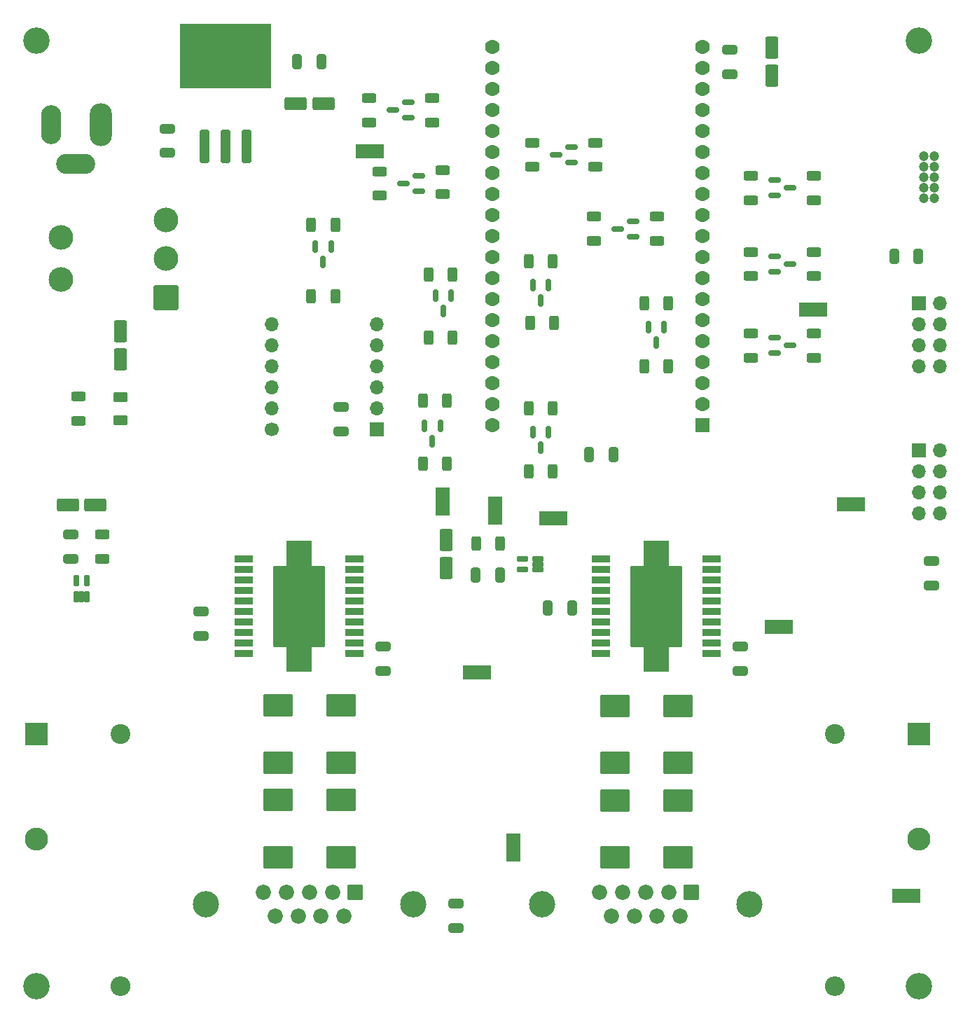
<source format=gts>
%TF.GenerationSoftware,KiCad,Pcbnew,(6.0.6-0)*%
%TF.CreationDate,2024-03-13T21:53:30-07:00*%
%TF.ProjectId,ESP32Twiddlerino,45535033-3254-4776-9964-646c6572696e,rev?*%
%TF.SameCoordinates,Original*%
%TF.FileFunction,Soldermask,Top*%
%TF.FilePolarity,Negative*%
%FSLAX46Y46*%
G04 Gerber Fmt 4.6, Leading zero omitted, Abs format (unit mm)*
G04 Created by KiCad (PCBNEW (6.0.6-0)) date 2024-03-13 21:53:30*
%MOMM*%
%LPD*%
G01*
G04 APERTURE LIST*
G04 Aperture macros list*
%AMRoundRect*
0 Rectangle with rounded corners*
0 $1 Rounding radius*
0 $2 $3 $4 $5 $6 $7 $8 $9 X,Y pos of 4 corners*
0 Add a 4 corners polygon primitive as box body*
4,1,4,$2,$3,$4,$5,$6,$7,$8,$9,$2,$3,0*
0 Add four circle primitives for the rounded corners*
1,1,$1+$1,$2,$3*
1,1,$1+$1,$4,$5*
1,1,$1+$1,$6,$7*
1,1,$1+$1,$8,$9*
0 Add four rect primitives between the rounded corners*
20,1,$1+$1,$2,$3,$4,$5,0*
20,1,$1+$1,$4,$5,$6,$7,0*
20,1,$1+$1,$6,$7,$8,$9,0*
20,1,$1+$1,$8,$9,$2,$3,0*%
G04 Aperture macros list end*
%ADD10RoundRect,0.150000X-0.150000X0.587500X-0.150000X-0.587500X0.150000X-0.587500X0.150000X0.587500X0*%
%ADD11R,3.400000X1.800000*%
%ADD12RoundRect,0.102000X1.387500X-1.387500X1.387500X1.387500X-1.387500X1.387500X-1.387500X-1.387500X0*%
%ADD13C,2.979000*%
%ADD14C,3.200000*%
%ADD15RoundRect,0.250000X0.325000X0.650000X-0.325000X0.650000X-0.325000X-0.650000X0.325000X-0.650000X0*%
%ADD16RoundRect,0.250000X-0.325000X-0.650000X0.325000X-0.650000X0.325000X0.650000X-0.325000X0.650000X0*%
%ADD17R,1.700000X1.700000*%
%ADD18O,1.700000X1.700000*%
%ADD19C,1.700000*%
%ADD20C,2.400000*%
%ADD21O,2.400000X2.400000*%
%ADD22RoundRect,0.102000X-1.000000X-0.350000X1.000000X-0.350000X1.000000X0.350000X-1.000000X0.350000X0*%
%ADD23RoundRect,0.102000X-3.000000X4.800000X-3.000000X-4.800000X3.000000X-4.800000X3.000000X4.800000X0*%
%ADD24RoundRect,0.102000X1.450000X-1.525000X1.450000X1.525000X-1.450000X1.525000X-1.450000X-1.525000X0*%
%ADD25RoundRect,0.102000X1.650000X1.250000X-1.650000X1.250000X-1.650000X-1.250000X1.650000X-1.250000X0*%
%ADD26R,1.800000X3.400000*%
%ADD27RoundRect,0.250000X0.650000X-0.325000X0.650000X0.325000X-0.650000X0.325000X-0.650000X-0.325000X0*%
%ADD28RoundRect,0.250000X0.625000X-0.312500X0.625000X0.312500X-0.625000X0.312500X-0.625000X-0.312500X0*%
%ADD29RoundRect,0.220800X0.376200X-1.776200X0.376200X1.776200X-0.376200X1.776200X-0.376200X-1.776200X0*%
%ADD30RoundRect,0.102000X5.420000X-3.810000X5.420000X3.810000X-5.420000X3.810000X-5.420000X-3.810000X0*%
%ADD31RoundRect,0.102000X0.780000X0.780000X-0.780000X0.780000X-0.780000X-0.780000X0.780000X-0.780000X0*%
%ADD32C,1.764000*%
%ADD33C,3.180000*%
%ADD34RoundRect,0.102000X-0.817500X-0.817500X0.817500X-0.817500X0.817500X0.817500X-0.817500X0.817500X0*%
%ADD35C,1.839000*%
%ADD36RoundRect,0.250000X0.625000X-0.375000X0.625000X0.375000X-0.625000X0.375000X-0.625000X-0.375000X0*%
%ADD37RoundRect,0.250000X-0.625000X0.312500X-0.625000X-0.312500X0.625000X-0.312500X0.625000X0.312500X0*%
%ADD38RoundRect,0.250000X0.312500X0.625000X-0.312500X0.625000X-0.312500X-0.625000X0.312500X-0.625000X0*%
%ADD39RoundRect,0.150000X0.587500X0.150000X-0.587500X0.150000X-0.587500X-0.150000X0.587500X-0.150000X0*%
%ADD40RoundRect,0.150000X-0.587500X-0.150000X0.587500X-0.150000X0.587500X0.150000X-0.587500X0.150000X0*%
%ADD41R,2.800000X2.800000*%
%ADD42O,2.800000X2.800000*%
%ADD43C,1.204000*%
%ADD44RoundRect,0.250000X-0.650000X0.325000X-0.650000X-0.325000X0.650000X-0.325000X0.650000X0.325000X0*%
%ADD45RoundRect,0.250000X-0.550000X1.075000X-0.550000X-1.075000X0.550000X-1.075000X0.550000X1.075000X0*%
%ADD46O,2.704000X5.204000*%
%ADD47O,2.454000X4.704000*%
%ADD48O,4.704000X2.454000*%
%ADD49RoundRect,0.250000X0.550000X-1.075000X0.550000X1.075000X-0.550000X1.075000X-0.550000X-1.075000X0*%
%ADD50RoundRect,0.250000X1.075000X0.550000X-1.075000X0.550000X-1.075000X-0.550000X1.075000X-0.550000X0*%
%ADD51RoundRect,0.122000X0.180000X-0.575000X0.180000X0.575000X-0.180000X0.575000X-0.180000X-0.575000X0*%
%ADD52RoundRect,0.122000X0.575000X0.180000X-0.575000X0.180000X-0.575000X-0.180000X0.575000X-0.180000X0*%
G04 APERTURE END LIST*
D10*
X166431000Y-56593500D03*
X164531000Y-56593500D03*
X165481000Y-58468500D03*
D11*
X171100000Y-45100000D03*
D12*
X146500000Y-62782500D03*
D13*
X146500000Y-58082500D03*
X146500000Y-53382500D03*
X133800000Y-60622500D03*
X133800000Y-55542500D03*
D14*
X130810000Y-146050000D03*
D10*
X206690000Y-66372500D03*
X204790000Y-66372500D03*
X205740000Y-68247500D03*
D15*
X186895000Y-96310000D03*
X183945000Y-96310000D03*
D16*
X234495000Y-57810000D03*
X237445000Y-57810000D03*
D11*
X224750000Y-64250000D03*
D17*
X171980000Y-78740000D03*
D18*
X171980000Y-76200000D03*
X171980000Y-73660000D03*
X171980000Y-71120000D03*
X171980000Y-68580000D03*
X171980000Y-66040000D03*
X159280000Y-66040000D03*
X159280000Y-68580000D03*
X159280000Y-71120000D03*
X159280000Y-73660000D03*
X159280000Y-76200000D03*
D19*
X159280000Y-78740000D03*
D20*
X140970000Y-115565000D03*
D21*
X140970000Y-146045000D03*
D10*
X179639000Y-78262000D03*
X177739000Y-78262000D03*
X178689000Y-80137000D03*
D22*
X199040000Y-94405000D03*
X199040000Y-95675000D03*
X199040000Y-96945000D03*
X199040000Y-98215000D03*
X199040000Y-99485000D03*
X199040000Y-100755000D03*
X199040000Y-102025000D03*
X199040000Y-103295000D03*
X199040000Y-104565000D03*
X199040000Y-105835000D03*
X212440000Y-105835000D03*
X212440000Y-104565000D03*
X212440000Y-103295000D03*
X212440000Y-102025000D03*
X212440000Y-100755000D03*
X212440000Y-99485000D03*
X212440000Y-98215000D03*
X212440000Y-96945000D03*
X212440000Y-95675000D03*
X212440000Y-94405000D03*
D23*
X205740000Y-100120000D03*
D24*
X205740000Y-93820000D03*
X205740000Y-106420000D03*
D25*
X160000000Y-119000000D03*
X160000000Y-112100000D03*
D26*
X188500000Y-129250000D03*
D27*
X172720000Y-107945000D03*
X172720000Y-104995000D03*
D28*
X178689000Y-41594500D03*
X178689000Y-38669500D03*
D29*
X151130000Y-44500000D03*
X153670000Y-44500000D03*
X156210000Y-44500000D03*
D30*
X153670000Y-33620000D03*
D31*
X211352500Y-78180000D03*
D32*
X211352500Y-75640000D03*
X211352500Y-73100000D03*
X211352500Y-70560000D03*
X211352500Y-68020000D03*
X211352500Y-65480000D03*
X211352500Y-62940000D03*
X211352500Y-60400000D03*
X211352500Y-57860000D03*
X211352500Y-55320000D03*
X211352500Y-52780000D03*
X211352500Y-50240000D03*
X211352500Y-47700000D03*
X211352500Y-45160000D03*
X211352500Y-42620000D03*
X211352500Y-40080000D03*
X211352500Y-37540000D03*
X211352500Y-35000000D03*
X211352500Y-32460000D03*
X185952500Y-78180000D03*
X185952500Y-75640000D03*
X185952500Y-73100000D03*
X185952500Y-70560000D03*
X185952500Y-68020000D03*
X185952500Y-65480000D03*
X185952500Y-62940000D03*
X185952500Y-60400000D03*
X185952500Y-57860000D03*
X185952500Y-55320000D03*
X185952500Y-52780000D03*
X185952500Y-50240000D03*
X185952500Y-47700000D03*
X185952500Y-45160000D03*
X185952500Y-42620000D03*
X185952500Y-40080000D03*
X185952500Y-37540000D03*
X185952500Y-35000000D03*
X185952500Y-32460000D03*
D33*
X151330000Y-136112500D03*
X176330000Y-136112500D03*
D34*
X169370000Y-134692500D03*
D35*
X166600000Y-134692500D03*
X163830000Y-134692500D03*
X161060000Y-134692500D03*
X158290000Y-134692500D03*
X167985000Y-137532500D03*
X165215000Y-137532500D03*
X162445000Y-137532500D03*
X159675000Y-137532500D03*
D15*
X165305000Y-34290000D03*
X162355000Y-34290000D03*
D36*
X140970000Y-77600000D03*
X140970000Y-74800000D03*
D37*
X135890000Y-74737500D03*
X135890000Y-77662500D03*
D25*
X200750000Y-130450000D03*
X200750000Y-123550000D03*
D38*
X193232500Y-76200000D03*
X190307500Y-76200000D03*
D37*
X224790000Y-48067500D03*
X224790000Y-50992500D03*
D39*
X175816500Y-41082000D03*
X175816500Y-39182000D03*
X173941500Y-40132000D03*
D27*
X215900000Y-107945000D03*
X215900000Y-104995000D03*
D38*
X180471500Y-82839500D03*
X177546500Y-82839500D03*
D37*
X224790000Y-57277500D03*
X224790000Y-60202500D03*
D20*
X227330000Y-115565000D03*
D21*
X227330000Y-146045000D03*
D40*
X220042500Y-67630000D03*
X220042500Y-69530000D03*
X221917500Y-68580000D03*
D38*
X181150000Y-67642500D03*
X178225000Y-67642500D03*
D25*
X200750000Y-119020000D03*
X200750000Y-112120000D03*
D38*
X193232500Y-58420000D03*
X190307500Y-58420000D03*
D28*
X198247000Y-55945500D03*
X198247000Y-53020500D03*
D16*
X192630000Y-100330000D03*
X195580000Y-100330000D03*
D41*
X237490000Y-115570000D03*
D42*
X237490000Y-128270000D03*
D28*
X172339000Y-50462000D03*
X172339000Y-47537000D03*
D27*
X214630000Y-35765000D03*
X214630000Y-32815000D03*
D40*
X220042500Y-57790000D03*
X220042500Y-59690000D03*
X221917500Y-58740000D03*
D43*
X239395000Y-50800000D03*
X238125000Y-50800000D03*
X239395000Y-49530000D03*
X238125000Y-49530000D03*
X239395000Y-48260000D03*
X238125000Y-48260000D03*
X239395000Y-46990000D03*
X238125000Y-46990000D03*
X239395000Y-45720000D03*
X238125000Y-45720000D03*
D28*
X171069000Y-41594500D03*
X171069000Y-38669500D03*
D44*
X239000000Y-94655000D03*
X239000000Y-97605000D03*
D11*
X184100000Y-108100000D03*
D37*
X217170000Y-48067500D03*
X217170000Y-50992500D03*
D38*
X181150000Y-60022500D03*
X178225000Y-60022500D03*
D45*
X180340000Y-92095000D03*
X180340000Y-95445000D03*
D40*
X220042500Y-48580000D03*
X220042500Y-50480000D03*
X221917500Y-49530000D03*
D14*
X130810000Y-31750000D03*
D11*
X193300000Y-89500000D03*
X235975000Y-135125000D03*
D25*
X167620000Y-119000000D03*
X167620000Y-112100000D03*
D37*
X217170000Y-57277500D03*
X217170000Y-60202500D03*
D39*
X195501500Y-46481500D03*
X195501500Y-44581500D03*
X193626500Y-45531500D03*
D22*
X155860000Y-94405000D03*
X155860000Y-95675000D03*
X155860000Y-96945000D03*
X155860000Y-98215000D03*
X155860000Y-99485000D03*
X155860000Y-100755000D03*
X155860000Y-102025000D03*
X155860000Y-103295000D03*
X155860000Y-104565000D03*
X155860000Y-105835000D03*
X169260000Y-105835000D03*
X169260000Y-104565000D03*
X169260000Y-103295000D03*
X169260000Y-102025000D03*
X169260000Y-100755000D03*
X169260000Y-99485000D03*
X169260000Y-98215000D03*
X169260000Y-96945000D03*
X169260000Y-95675000D03*
X169260000Y-94405000D03*
D23*
X162560000Y-100120000D03*
D24*
X162560000Y-93820000D03*
X162560000Y-106420000D03*
D11*
X229325000Y-87800000D03*
D38*
X166943500Y-53975000D03*
X164018500Y-53975000D03*
D11*
X220575000Y-102575000D03*
D25*
X208370000Y-119020000D03*
X208370000Y-112120000D03*
D26*
X179900000Y-87400000D03*
D46*
X138580000Y-41910000D03*
D47*
X132580000Y-41910000D03*
D48*
X135580000Y-46610000D03*
D49*
X140970000Y-70255000D03*
X140970000Y-66905000D03*
D28*
X179959000Y-50292000D03*
X179959000Y-47367000D03*
D38*
X207202500Y-63500000D03*
X204277500Y-63500000D03*
D17*
X237485000Y-63510000D03*
D18*
X240025000Y-63510000D03*
X237485000Y-66050000D03*
X240025000Y-66050000D03*
X237485000Y-68590000D03*
X240025000Y-68590000D03*
X237485000Y-71130000D03*
X240025000Y-71130000D03*
D28*
X190754000Y-46994000D03*
X190754000Y-44069000D03*
D45*
X219710000Y-32615000D03*
X219710000Y-35965000D03*
D25*
X167620000Y-130430000D03*
X167620000Y-123530000D03*
D39*
X202994500Y-55433000D03*
X202994500Y-53533000D03*
X201119500Y-54483000D03*
D44*
X167640000Y-75995000D03*
X167640000Y-78945000D03*
D27*
X146660000Y-45315000D03*
X146660000Y-42365000D03*
D25*
X208370000Y-130450000D03*
X208370000Y-123550000D03*
D17*
X237485000Y-81290000D03*
D18*
X240025000Y-81290000D03*
X237485000Y-83830000D03*
X240025000Y-83830000D03*
X237485000Y-86370000D03*
X240025000Y-86370000D03*
X237485000Y-88910000D03*
X240025000Y-88910000D03*
D27*
X135010000Y-94387500D03*
X135010000Y-91437500D03*
X181550000Y-139005000D03*
X181550000Y-136055000D03*
D38*
X166943500Y-62611000D03*
X164018500Y-62611000D03*
D41*
X130810000Y-115570000D03*
D42*
X130810000Y-128270000D03*
D50*
X137955000Y-87832500D03*
X134605000Y-87832500D03*
D14*
X237490000Y-31750000D03*
D26*
X186300000Y-88500000D03*
D38*
X180471500Y-75219500D03*
X177546500Y-75219500D03*
D28*
X138820000Y-94375000D03*
X138820000Y-91450000D03*
D50*
X165505000Y-39370000D03*
X162155000Y-39370000D03*
D38*
X186882500Y-92500000D03*
X183957500Y-92500000D03*
D51*
X135630000Y-98952500D03*
X136280000Y-98952500D03*
X136930000Y-98952500D03*
X136930000Y-97032500D03*
X135630000Y-97032500D03*
D38*
X193425000Y-65870000D03*
X190500000Y-65870000D03*
D52*
X191460000Y-95690000D03*
X191460000Y-95040000D03*
X191460000Y-94390000D03*
X189540000Y-94390000D03*
X189540000Y-95690000D03*
D39*
X177086500Y-49949500D03*
X177086500Y-48049500D03*
X175211500Y-48999500D03*
D10*
X180957500Y-62562500D03*
X179057500Y-62562500D03*
X180007500Y-64437500D03*
D27*
X150749000Y-103710000D03*
X150749000Y-100760000D03*
D25*
X160000000Y-130430000D03*
X160000000Y-123530000D03*
D10*
X192720000Y-61292500D03*
X190820000Y-61292500D03*
X191770000Y-63167500D03*
D37*
X224790000Y-67117500D03*
X224790000Y-70042500D03*
D38*
X207202500Y-71120000D03*
X204277500Y-71120000D03*
D28*
X205867000Y-55945500D03*
X205867000Y-53020500D03*
D10*
X192720000Y-79072500D03*
X190820000Y-79072500D03*
X191770000Y-80947500D03*
D14*
X237490000Y-146050000D03*
D16*
X197605000Y-81800000D03*
X200555000Y-81800000D03*
D33*
X216970000Y-136112500D03*
X191970000Y-136112500D03*
D34*
X210010000Y-134692500D03*
D35*
X207240000Y-134692500D03*
X204470000Y-134692500D03*
X201700000Y-134692500D03*
X198930000Y-134692500D03*
X208625000Y-137532500D03*
X205855000Y-137532500D03*
X203085000Y-137532500D03*
X200315000Y-137532500D03*
D28*
X198374000Y-46994000D03*
X198374000Y-44069000D03*
D38*
X193232500Y-83820000D03*
X190307500Y-83820000D03*
D37*
X217170000Y-67117500D03*
X217170000Y-70042500D03*
M02*

</source>
